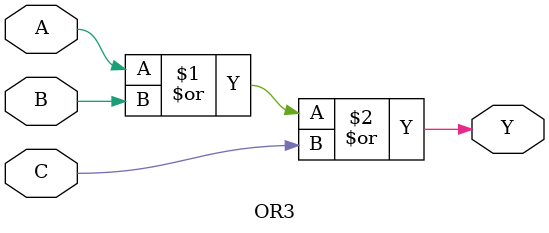
<source format=v>
module OR3 (
	input A, B, C,
	output Y
);
	assign Y = A | B | C;
endmodule
</source>
